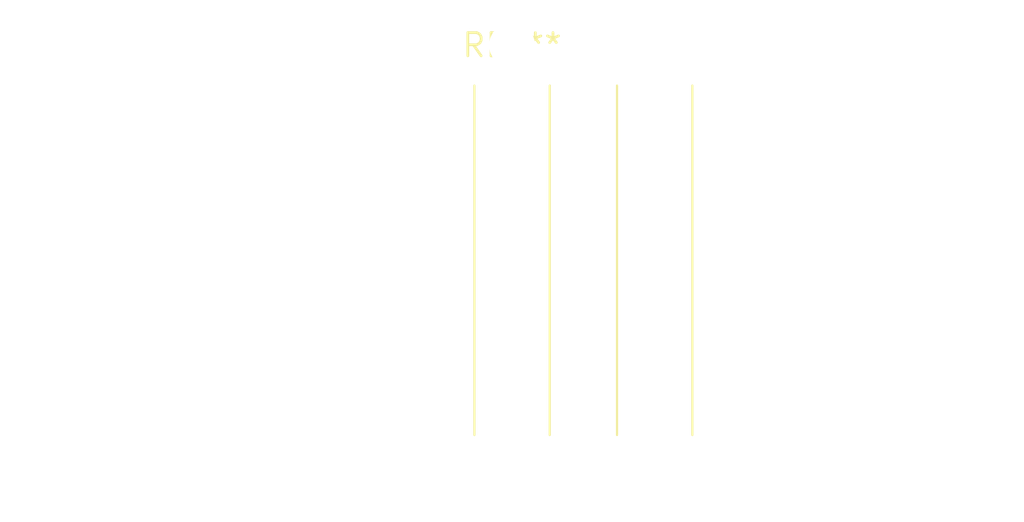
<source format=kicad_pcb>
(kicad_pcb (version 20240108) (generator pcbnew)
  (layers (0 "F.Cu" signal) (31 "B.Cu" signal) (34 "B.Paste" user) (35 "F.Paste" user) (36 "B.SilkS" user "B.Silkscreen") (37 "F.SilkS" user "F.Silkscreen") (38 "B.Mask" user) (39 "F.Mask" user) (44 "Edge.Cuts" user))
  (net 0 "")
  (footprint "SolderWire-2sqmm_1x02_P7.8mm_D2mm_OD3.9mm_Relief" (layer "F.Cu") (at 0 0)
    (property "Reference" "REF**")
    (property "Value" "SolderWire-2sqmm_1x02_P7.8mm_D2mm_OD3.9mm_Relief")
    (fp_line (start -2.06 2.21) (end -2.06 21.34) (layer "F.SilkS") (stroke (width 0.12)))
    (fp_line (start 2.06 2.21) (end 2.06 21.34) (layer "F.SilkS") (stroke (width 0.12)))
    (fp_line (start 5.74 2.21) (end 5.74 21.34) (layer "F.SilkS") (stroke (width 0.12)))
    (fp_line (start 9.86 2.21) (end 9.86 21.34) (layer "F.SilkS") (stroke (width 0.12)))
    (pad "" np_thru_hole circle (at 0 23.4) (size 4.4 4.4) (drill 4.4) (layers *.Cu *.Mask))
    (pad "" np_thru_hole circle (at 7.8 23.4) (size 4.4 4.4) (drill 4.4) (layers *.Cu *.Mask))
    (pad "1" thru_hole roundrect (at 0 0) (size 3.9 3.9) (drill 2.5) (layers *.Cu *.Mask) (remove_unused_layers) (roundrect_rratio 0.064103))
    (pad "2" thru_hole circle (at 7.8 0) (size 3.9 3.9) (drill 2.5) (layers *.Cu *.Mask) (remove_unused_layers))
  )
)
</source>
